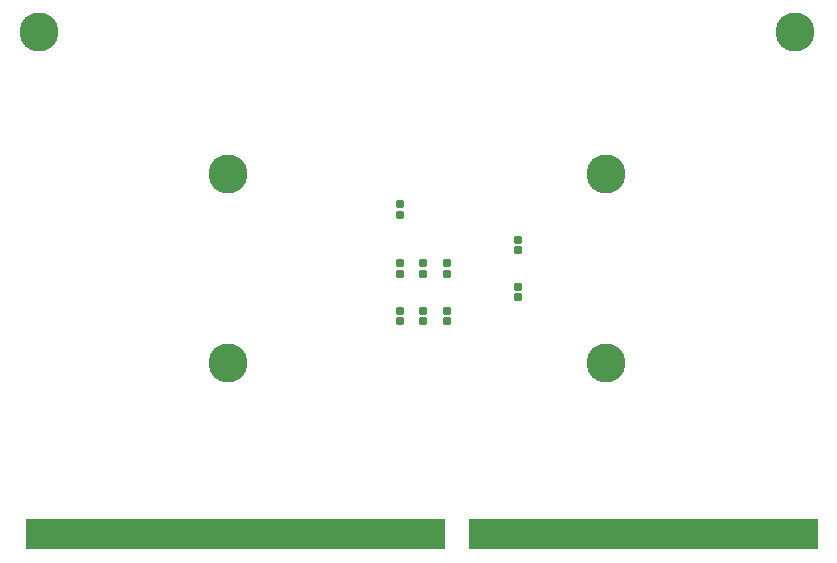
<source format=gbs>
G04 Layer: BottomSolderMaskLayer*
G04 EasyEDA v6.5.22, 2022-12-22 19:37:34*
G04 67d28de8ea5d46aa8ff263e619622a75,b137401b17fb4d15a04862e99c0880a0,10*
G04 Gerber Generator version 0.2*
G04 Scale: 100 percent, Rotated: No, Reflected: No *
G04 Dimensions in millimeters *
G04 leading zeros omitted , absolute positions ,4 integer and 5 decimal *
%FSLAX45Y45*%
%MOMM*%

%AMMACRO1*1,1,$1,$2,$3*1,1,$1,$4,$5*1,1,$1,0-$2,0-$3*1,1,$1,0-$4,0-$5*20,1,$1,$2,$3,$4,$5,0*20,1,$1,$4,$5,0-$2,0-$3,0*20,1,$1,0-$2,0-$3,0-$4,0-$5,0*20,1,$1,0-$4,0-$5,$2,$3,0*4,1,4,$2,$3,$4,$5,0-$2,0-$3,0-$4,0-$5,$2,$3,0*%
%ADD10MACRO1,0.1016X-0.27X0.2828X0.27X0.2828*%
%ADD11MACRO1,0.1016X-0.27X-0.2828X0.27X-0.2828*%
%ADD12MACRO1,0.1016X0.27X-0.2828X-0.27X-0.2828*%
%ADD13MACRO1,0.1016X0.27X0.2828X-0.27X0.2828*%
%ADD14MACRO1,0.1016X-0.175X1.25X0.175X1.25*%
%ADD15C,3.3016*%

%LPD*%
D10*
G01*
X-150114Y-43282D03*
D11*
G01*
X-150114Y43282D03*
D12*
G01*
X849884Y243180D03*
D13*
G01*
X849884Y156615D03*
D12*
G01*
X849884Y-156615D03*
D13*
G01*
X849884Y-243180D03*
D10*
G01*
X249935Y-43282D03*
D11*
G01*
X249935Y43282D03*
D12*
G01*
X50038Y-356767D03*
D13*
G01*
X50038Y-443332D03*
D12*
G01*
X-150114Y543154D03*
D13*
G01*
X-150114Y456589D03*
D10*
G01*
X50038Y-43282D03*
D11*
G01*
X50038Y43282D03*
D12*
G01*
X-150114Y-356767D03*
D13*
G01*
X-150114Y-443332D03*
D12*
G01*
X249935Y-356767D03*
D13*
G01*
X249935Y-443332D03*
D14*
G01*
X3362492Y-2250045D03*
G01*
X3312480Y-2250045D03*
G01*
X3262492Y-2250045D03*
G01*
X3212480Y-2250045D03*
G01*
X3162493Y-2250045D03*
G01*
X3112480Y-2250045D03*
G01*
X3062493Y-2250045D03*
G01*
X3012480Y-2250045D03*
G01*
X2962493Y-2250045D03*
G01*
X2912480Y-2250045D03*
G01*
X2862493Y-2250045D03*
G01*
X2812481Y-2250045D03*
G01*
X2762493Y-2250045D03*
G01*
X2712481Y-2250045D03*
G01*
X2662494Y-2250045D03*
G01*
X2612481Y-2250045D03*
G01*
X2562494Y-2250045D03*
G01*
X2512481Y-2250045D03*
G01*
X2462494Y-2250045D03*
G01*
X2412481Y-2250045D03*
G01*
X2362494Y-2250045D03*
G01*
X2312482Y-2250045D03*
G01*
X2262494Y-2250045D03*
G01*
X2212482Y-2250045D03*
G01*
X2162495Y-2250045D03*
G01*
X2112482Y-2250045D03*
G01*
X2062495Y-2250045D03*
G01*
X2012482Y-2250045D03*
G01*
X1962495Y-2250045D03*
G01*
X1912482Y-2250045D03*
G01*
X1862495Y-2250045D03*
G01*
X1812483Y-2250045D03*
G01*
X1762495Y-2250045D03*
G01*
X1712483Y-2250045D03*
G01*
X1662496Y-2250045D03*
G01*
X1612483Y-2250045D03*
G01*
X1562496Y-2250045D03*
G01*
X1512483Y-2250045D03*
G01*
X1462496Y-2250045D03*
G01*
X1412483Y-2250045D03*
G01*
X1362496Y-2250045D03*
G01*
X1312484Y-2250045D03*
G01*
X1262496Y-2250045D03*
G01*
X1212484Y-2250045D03*
G01*
X1162497Y-2250045D03*
G01*
X1112484Y-2250045D03*
G01*
X1062497Y-2250045D03*
G01*
X1012484Y-2250045D03*
G01*
X962497Y-2250045D03*
G01*
X912484Y-2250045D03*
G01*
X862497Y-2250045D03*
G01*
X812485Y-2250045D03*
G01*
X762497Y-2250045D03*
G01*
X712485Y-2250045D03*
G01*
X662498Y-2250045D03*
G01*
X612485Y-2250045D03*
G01*
X562498Y-2250045D03*
G01*
X512485Y-2250045D03*
G01*
X462498Y-2250045D03*
G01*
X212498Y-2250045D03*
G01*
X162511Y-2250045D03*
G01*
X112499Y-2250045D03*
G01*
X62511Y-2250045D03*
G01*
X12499Y-2250045D03*
G01*
X-37487Y-2250045D03*
G01*
X-87500Y-2250045D03*
G01*
X-137487Y-2250045D03*
G01*
X-187500Y-2250045D03*
G01*
X-237487Y-2250045D03*
G01*
X-287500Y-2250045D03*
G01*
X-337487Y-2250045D03*
G01*
X-387499Y-2250045D03*
G01*
X-437487Y-2250045D03*
G01*
X-487499Y-2250045D03*
G01*
X-537486Y-2250045D03*
G01*
X-587499Y-2250045D03*
G01*
X-637486Y-2250045D03*
G01*
X-687499Y-2250045D03*
G01*
X-737486Y-2250045D03*
G01*
X-787499Y-2250045D03*
G01*
X-837486Y-2250045D03*
G01*
X-887498Y-2250045D03*
G01*
X-937486Y-2250045D03*
G01*
X-987498Y-2250045D03*
G01*
X-1037485Y-2250045D03*
G01*
X-1087498Y-2250045D03*
G01*
X-1137485Y-2250045D03*
G01*
X-1187498Y-2250045D03*
G01*
X-1237485Y-2250045D03*
G01*
X-1287498Y-2250045D03*
G01*
X-1337485Y-2250045D03*
G01*
X-1387497Y-2250045D03*
G01*
X-1437485Y-2250045D03*
G01*
X-1487497Y-2250045D03*
G01*
X-1537484Y-2250045D03*
G01*
X-1587497Y-2250045D03*
G01*
X-1637484Y-2250045D03*
G01*
X-1687497Y-2250045D03*
G01*
X-1737484Y-2250045D03*
G01*
X-1787497Y-2250045D03*
G01*
X-1837484Y-2250045D03*
G01*
X-1887496Y-2250045D03*
G01*
X-1937484Y-2250045D03*
G01*
X-1987496Y-2250045D03*
G01*
X-2037483Y-2250045D03*
G01*
X-2087496Y-2250045D03*
G01*
X-2137483Y-2250045D03*
G01*
X-2187496Y-2250045D03*
G01*
X-2237483Y-2250045D03*
G01*
X-2287496Y-2250045D03*
G01*
X-2337483Y-2250045D03*
G01*
X-2387495Y-2250045D03*
G01*
X-2437483Y-2250045D03*
G01*
X-2487495Y-2250045D03*
G01*
X-2537482Y-2250045D03*
G01*
X-2587495Y-2250045D03*
G01*
X-2637482Y-2250045D03*
G01*
X-2687495Y-2250045D03*
G01*
X-2737482Y-2250045D03*
G01*
X-2787495Y-2250045D03*
G01*
X-2837482Y-2250045D03*
G01*
X-2887494Y-2250045D03*
G01*
X-2937482Y-2250045D03*
G01*
X-2987494Y-2250045D03*
G01*
X-3037481Y-2250045D03*
G01*
X-3087494Y-2250045D03*
G01*
X-3137481Y-2250045D03*
G01*
X-3187494Y-2250045D03*
G01*
X-3237481Y-2250045D03*
G01*
X-3287494Y-2250045D03*
D15*
G01*
X1599996Y799998D03*
G01*
X1599996Y-799998D03*
G01*
X-1599996Y-799998D03*
G01*
X3199993Y1999995D03*
G01*
X-3199993Y1999995D03*
G01*
X-1599996Y799998D03*
M02*

</source>
